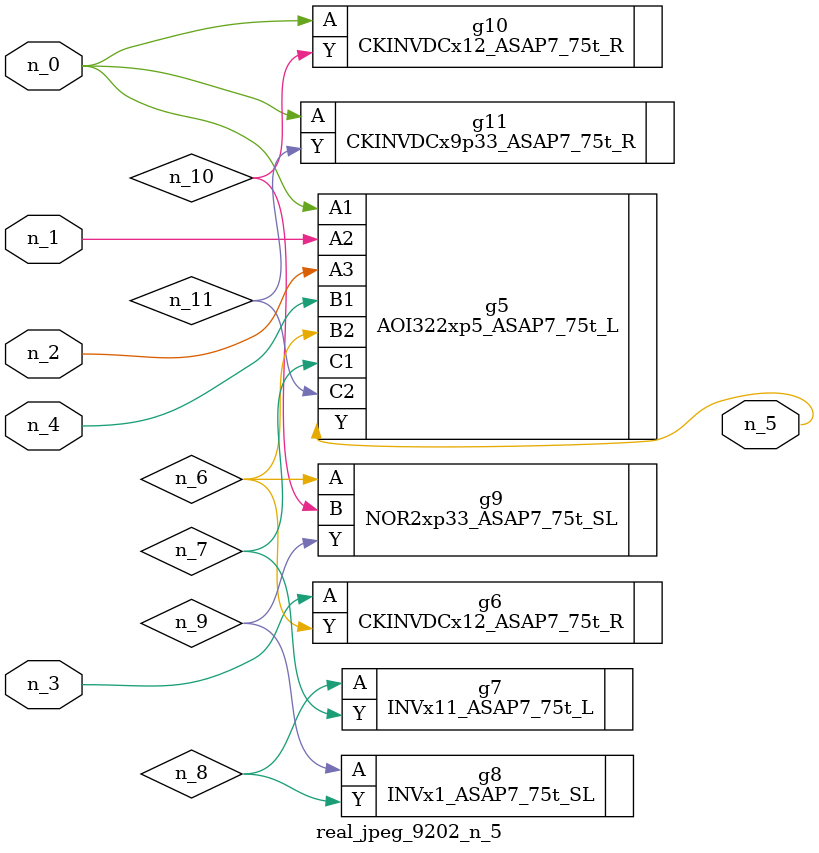
<source format=v>
module real_jpeg_9202_n_5 (n_4, n_0, n_1, n_2, n_3, n_5);

input n_4;
input n_0;
input n_1;
input n_2;
input n_3;

output n_5;

wire n_8;
wire n_11;
wire n_6;
wire n_7;
wire n_10;
wire n_9;

AOI322xp5_ASAP7_75t_L g5 ( 
.A1(n_0),
.A2(n_1),
.A3(n_2),
.B1(n_4),
.B2(n_6),
.C1(n_7),
.C2(n_11),
.Y(n_5)
);

CKINVDCx12_ASAP7_75t_R g10 ( 
.A(n_0),
.Y(n_10)
);

CKINVDCx9p33_ASAP7_75t_R g11 ( 
.A(n_0),
.Y(n_11)
);

CKINVDCx12_ASAP7_75t_R g6 ( 
.A(n_3),
.Y(n_6)
);

NOR2xp33_ASAP7_75t_SL g9 ( 
.A(n_6),
.B(n_10),
.Y(n_9)
);

INVx11_ASAP7_75t_L g7 ( 
.A(n_8),
.Y(n_7)
);

INVx1_ASAP7_75t_SL g8 ( 
.A(n_9),
.Y(n_8)
);


endmodule
</source>
